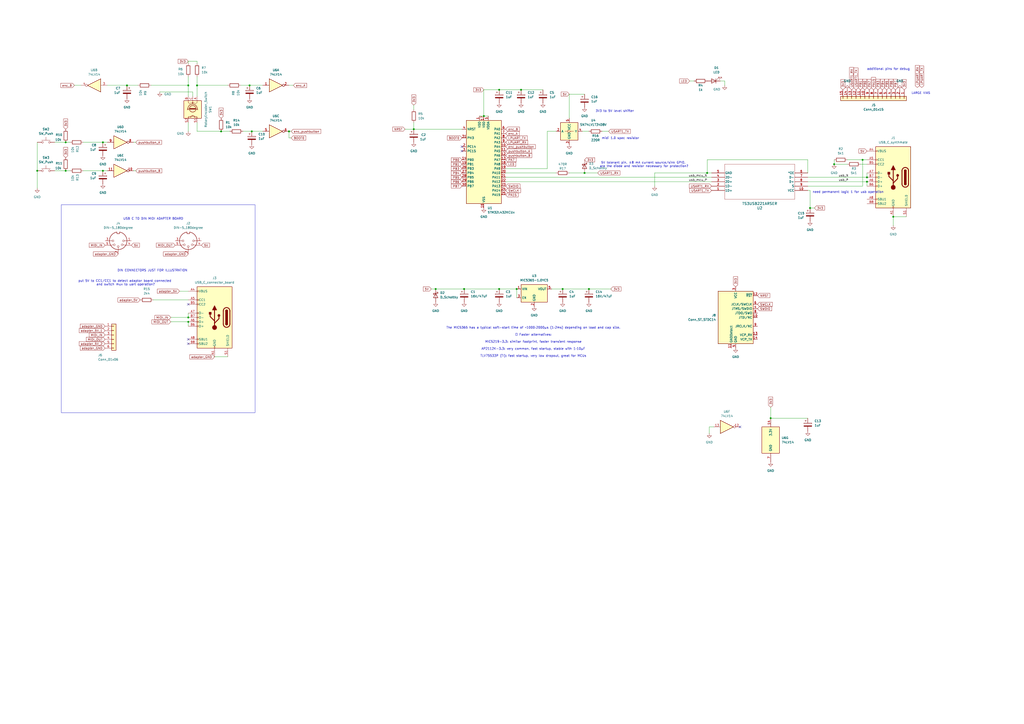
<source format=kicad_sch>
(kicad_sch (version 20250114) (generator "eeschema") (generator_version "9.0")
  (paper "A2")
  (rectangle (start 35.56 118.745) (end 147.955 239.395))
  (text "The MIC5365 has a typical soft-start time of ~1000–2000 µs (1–2 ms) depending on load and cap size.\n\n➡️ Faster alternatives:\n\nMIC5219-3.3: similar footprint, faster transient response\n\nAP2112K-3.3: very common, fast startup, stable with 1–10 µF\n\nTLV75533P (TI): fast startup, very low dropout, great for MCUs\n\n" (at 309.372 199.39 0) (effects (font (size 1.27 1.27))))
  (text "additional pins for debug\n" (at 515.366 40.132 0) (effects (font (size 1.27 1.27))))
  (text "5V tolerant pin, ±8 mA current source/sink GPIO, \nare the diode and resistor necessary for protection?\n" (at 373.634 95.504 0) (effects (font (size 1.27 1.27))))
  (text "3V3 to 5V level shifter\n" (at 356.616 64.516 0) (effects (font (size 1.27 1.27))))
  (text "LARGE VIAS\n" (at 534.162 54.102 0) (effects (font (size 1.27 1.27))))
  (text "need permanent logic 1 for usb operation\n" (at 491.998 111.506 0) (effects (font (size 1.27 1.27))))
  (text "DIN CONNECTORS JUST FOR ILLUSTRATION" (at 88.392 156.972 0) (effects (font (size 1.27 1.27))))
  (text "USB C TO DIN MIDI ADAPTER BOARD\n" (at 88.9 127 0) (effects (font (size 1.27 1.27))))
  (text "put 5V to CC1/CC1 to detect adaptor board connected \nand switch mux to uart operation?\n" (at 72.898 164.084 0) (effects (font (size 1.27 1.27))))
  (text "midi 1.0 spec resistor\n" (at 359.918 80.264 0) (effects (font (size 1.27 1.27))))
  (junction (at 410.21 100.33))
  (junction (at 339.09 100.33))
  (junction (at 500.38 92.71))
  (junction (at 483.87 95.25))
  (junction (at 280.67 67.31))
  (junction (at 502.92 102.87))
  (junction (at 302.26 52.07))
  (junction (at 146.05 76.2))
  (junction (at 59.69 99.06))
  (junction (at 252.73 167.64))
  (junction (at 109.22 184.15))
  (junction (at 167.64 76.2))
  (junction (at 326.39 167.64))
  (junction (at 289.56 167.64))
  (junction (at 240.03 74.93))
  (junction (at 73.66 49.53))
  (junction (at 502.92 105.41))
  (junction (at 38.1 99.06))
  (junction (at 518.16 125.73))
  (junction (at 109.22 49.53))
  (junction (at 469.9 120.65))
  (junction (at 38.1 82.55))
  (junction (at 144.78 49.53))
  (junction (at 299.72 167.64))
  (junction (at 21.59 99.06))
  (junction (at 341.63 167.64))
  (junction (at 447.04 242.57))
  (junction (at 114.3 49.53))
  (junction (at 269.24 167.64))
  (junction (at 109.22 186.69))
  (junction (at 128.27 76.2))
  (junction (at 289.56 52.07))
  (junction (at 59.69 82.55))
  (no_connect (at 109.22 196.85))
  (no_connect (at 267.97 85.09))
  (no_connect (at 109.22 199.39))
  (no_connect (at 429.26 247.65))
  (no_connect (at 109.22 176.53))
  (no_connect (at 267.97 87.63))
  (wire (pts (xy 337.82 76.2) (xy 341.63 76.2)))
  (wire (pts (xy 21.59 82.55) (xy 21.59 99.06)))
  (wire (pts (xy 252.73 167.64) (xy 269.24 167.64)))
  (wire (pts (xy 330.2 100.33) (xy 339.09 100.33)))
  (wire (pts (xy 114.3 49.53) (xy 114.3 55.88)))
  (wire (pts (xy 411.48 247.65) (xy 414.02 247.65)))
  (wire (pts (xy 468.63 92.71) (xy 468.63 100.33)))
  (wire (pts (xy 21.59 99.06) (xy 21.59 109.22)))
  (wire (pts (xy 114.3 35.56) (xy 114.3 36.83)))
  (wire (pts (xy 269.24 167.64) (xy 289.56 167.64)))
  (wire (pts (xy 339.09 100.33) (xy 346.71 100.33)))
  (wire (pts (xy 111.76 55.88) (xy 111.76 53.34)))
  (wire (pts (xy 146.05 76.2) (xy 140.97 76.2)))
  (wire (pts (xy 468.63 92.71) (xy 410.21 92.71)))
  (wire (pts (xy 502.92 100.33) (xy 502.92 102.87)))
  (wire (pts (xy 240.03 60.96) (xy 240.03 63.5)))
  (wire (pts (xy 109.22 44.45) (xy 109.22 49.53)))
  (wire (pts (xy 48.26 99.06) (xy 59.69 99.06)))
  (wire (pts (xy 468.63 107.95) (xy 500.38 107.95)))
  (wire (pts (xy 114.3 44.45) (xy 114.3 49.53)))
  (wire (pts (xy 48.26 82.55) (xy 59.69 82.55)))
  (wire (pts (xy 128.27 76.2) (xy 133.35 76.2)))
  (wire (pts (xy 240.03 71.12) (xy 240.03 74.93)))
  (wire (pts (xy 491.49 95.25) (xy 483.87 95.25)))
  (wire (pts (xy 87.63 49.53) (xy 109.22 49.53)))
  (wire (pts (xy 293.37 105.41) (xy 412.75 105.41)))
  (wire (pts (xy 468.63 102.87) (xy 502.92 102.87)))
  (wire (pts (xy 302.26 52.07) (xy 314.96 52.07)))
  (wire (pts (xy 109.22 181.61) (xy 109.22 184.15)))
  (wire (pts (xy 167.64 76.2) (xy 167.64 80.01)))
  (wire (pts (xy 502.92 105.41) (xy 502.92 107.95)))
  (wire (pts (xy 167.64 76.2) (xy 168.91 76.2)))
  (wire (pts (xy 417.83 46.99) (xy 420.37 46.99)))
  (wire (pts (xy 410.21 92.71) (xy 410.21 100.33)))
  (wire (pts (xy 447.04 242.57) (xy 468.63 242.57)))
  (wire (pts (xy 518.16 125.73) (xy 525.78 125.73)))
  (wire (pts (xy 400.05 46.99) (xy 402.59 46.99)))
  (wire (pts (xy 500.38 92.71) (xy 502.92 92.71)))
  (wire (pts (xy 40.64 99.06) (xy 38.1 99.06)))
  (wire (pts (xy 293.37 97.79) (xy 317.5 97.79)))
  (wire (pts (xy 62.23 99.06) (xy 59.69 99.06)))
  (wire (pts (xy 330.2 68.58) (xy 330.2 54.61)))
  (wire (pts (xy 109.22 168.91) (xy 104.14 168.91)))
  (wire (pts (xy 293.37 100.33) (xy 322.58 100.33)))
  (wire (pts (xy 88.9 173.99) (xy 109.22 173.99)))
  (wire (pts (xy 410.21 100.33) (xy 412.75 100.33)))
  (wire (pts (xy 111.76 53.34) (xy 92.71 53.34)))
  (wire (pts (xy 379.73 100.33) (xy 410.21 100.33)))
  (wire (pts (xy 73.66 49.53) (xy 80.01 49.53)))
  (wire (pts (xy 499.11 95.25) (xy 502.92 95.25)))
  (wire (pts (xy 99.06 184.15) (xy 109.22 184.15)))
  (wire (pts (xy 38.1 99.06) (xy 31.75 99.06)))
  (wire (pts (xy 341.63 167.64) (xy 354.33 167.64)))
  (wire (pts (xy 43.18 49.53) (xy 46.99 49.53)))
  (wire (pts (xy 62.23 49.53) (xy 73.66 49.53)))
  (wire (pts (xy 280.67 67.31) (xy 283.21 67.31)))
  (wire (pts (xy 500.38 107.95) (xy 500.38 92.71)))
  (wire (pts (xy 109.22 35.56) (xy 114.3 35.56)))
  (wire (pts (xy 78.74 82.55) (xy 77.47 82.55)))
  (wire (pts (xy 234.95 74.93) (xy 240.03 74.93)))
  (wire (pts (xy 320.04 167.64) (xy 326.39 167.64)))
  (wire (pts (xy 469.9 120.65) (xy 469.9 110.49)))
  (wire (pts (xy 144.78 49.53) (xy 139.7 49.53)))
  (wire (pts (xy 109.22 76.2) (xy 109.22 71.12)))
  (wire (pts (xy 114.3 76.2) (xy 128.27 76.2)))
  (wire (pts (xy 317.5 76.2) (xy 322.58 76.2)))
  (wire (pts (xy 280.67 52.07) (xy 289.56 52.07)))
  (wire (pts (xy 59.69 82.55) (xy 62.23 82.55)))
  (wire (pts (xy 469.9 120.65) (xy 472.44 120.65)))
  (wire (pts (xy 38.1 82.55) (xy 40.64 82.55)))
  (wire (pts (xy 250.19 167.64) (xy 252.73 167.64)))
  (wire (pts (xy 518.16 130.81) (xy 518.16 125.73)))
  (wire (pts (xy 240.03 74.93) (xy 267.97 74.93)))
  (wire (pts (xy 299.72 167.64) (xy 299.72 172.72)))
  (wire (pts (xy 468.63 105.41) (xy 502.92 105.41)))
  (wire (pts (xy 293.37 102.87) (xy 412.75 102.87)))
  (wire (pts (xy 491.49 92.71) (xy 500.38 92.71)))
  (wire (pts (xy 124.46 207.01) (xy 132.08 207.01)))
  (wire (pts (xy 289.56 167.64) (xy 299.72 167.64)))
  (wire (pts (xy 109.22 49.53) (xy 109.22 55.88)))
  (wire (pts (xy 317.5 76.2) (xy 317.5 97.79)))
  (wire (pts (xy 109.22 36.83) (xy 109.22 35.56)))
  (wire (pts (xy 38.1 82.55) (xy 31.75 82.55)))
  (wire (pts (xy 278.13 67.31) (xy 280.67 67.31)))
  (wire (pts (xy 170.18 49.53) (xy 167.64 49.53)))
  (wire (pts (xy 289.56 52.07) (xy 302.26 52.07)))
  (wire (pts (xy 349.25 76.2) (xy 353.06 76.2)))
  (wire (pts (xy 99.06 186.69) (xy 109.22 186.69)))
  (wire (pts (xy 109.22 186.69) (xy 109.22 189.23)))
  (wire (pts (xy 114.3 71.12) (xy 114.3 76.2)))
  (wire (pts (xy 144.78 49.53) (xy 152.4 49.53)))
  (wire (pts (xy 167.64 80.01) (xy 168.91 80.01)))
  (wire (pts (xy 483.87 95.25) (xy 483.87 92.71)))
  (wire (pts (xy 280.67 67.31) (xy 280.67 52.07)))
  (wire (pts (xy 447.04 236.22) (xy 447.04 242.57)))
  (wire (pts (xy 330.2 54.61) (xy 339.09 54.61)))
  (wire (pts (xy 146.05 76.2) (xy 152.4 76.2)))
  (wire (pts (xy 78.74 99.06) (xy 77.47 99.06)))
  (wire (pts (xy 469.9 110.49) (xy 468.63 110.49)))
  (wire (pts (xy 420.37 46.99) (xy 420.37 49.53)))
  (wire (pts (xy 411.48 251.46) (xy 411.48 247.65)))
  (wire (pts (xy 379.73 107.95) (xy 379.73 100.33)))
  (wire (pts (xy 326.39 167.64) (xy 341.63 167.64)))
  (wire (pts (xy 114.3 49.53) (xy 132.08 49.53)))
  (label "usb_mcu_P" (at 410.21 105.41 180))
  (label "usb_N" (at 486.41 102.87 0))
  (label "usb_mcu_N" (at 410.21 102.87 180))
  (label "usb_P" (at 486.41 105.41 0))
  (global_label "LED" (shape input) (at 400.05 46.99 180) (property "Intersheetrefs" "${INTERSHEET_REFS}" (effects (hide yes))))
  (global_label "3V3" (shape input) (at 109.22 35.56 180) (property "Intersheetrefs" "${INTERSHEET_REFS}" (effects (hide yes))))
  (global_label "USART1_TX" (shape input) (at 496.57 52.07 90) (property "Intersheetrefs" "${INTERSHEET_REFS}" (effects (hide yes))))
  (global_label "PB1" (shape input) (at 267.97 95.25 180) (property "Intersheetrefs" "${INTERSHEET_REFS}" (effects (hide yes))))
  (global_label "enc_pushbutton" (shape input) (at 168.91 76.2 0) (property "Intersheetrefs" "${INTERSHEET_REFS}" (effects (hide yes))))
  (global_label "LPUART_TX" (shape input) (at 534.67 50.8 90) (property "Intersheetrefs" "${INTERSHEET_REFS}" (effects (hide yes))))
  (global_label "3V3" (shape input) (at 128.27 68.58 90) (property "Intersheetrefs" "${INTERSHEET_REFS}" (effects (hide yes))))
  (global_label "PB7" (shape input) (at 519.43 52.07 90) (property "Intersheetrefs" "${INTERSHEET_REFS}" (effects (hide yes))))
  (global_label "PB3" (shape input) (at 267.97 97.79 180) (property "Intersheetrefs" "${INTERSHEET_REFS}" (effects (hide yes))))
  (global_label "PB0" (shape input) (at 501.65 52.07 90) (property "Intersheetrefs" "${INTERSHEET_REFS}" (effects (hide yes))))
  (global_label "LPUART_TX" (shape input) (at 293.37 80.01 0) (property "Intersheetrefs" "${INTERSHEET_REFS}" (effects (hide yes))))
  (global_label "5V" (shape input) (at 76.2 142.24 0) (property "Intersheetrefs" "${INTERSHEET_REFS}" (effects (hide yes))))
  (global_label "adapter_GND" (shape input) (at 60.96 201.93 180) (property "Intersheetrefs" "${INTERSHEET_REFS}" (effects (hide yes))))
  (global_label "adapter_5V" (shape input) (at 104.14 168.91 180) (property "Intersheetrefs" "${INTERSHEET_REFS}" (effects (hide yes))))
  (global_label "3V3" (shape input) (at 426.72 166.37 90) (property "Intersheetrefs" "${INTERSHEET_REFS}" (effects (hide yes))))
  (global_label "enc_B" (shape input) (at 43.18 49.53 180) (property "Intersheetrefs" "${INTERSHEET_REFS}" (effects (hide yes))))
  (global_label "3V3" (shape input) (at 339.09 92.71 0) (property "Intersheetrefs" "${INTERSHEET_REFS}" (effects (hide yes))))
  (global_label "NRST" (shape input) (at 439.42 171.45 0) (property "Intersheetrefs" "${INTERSHEET_REFS}" (effects (hide yes))))
  (global_label "enc_pushbutton" (shape input) (at 293.37 85.09 0) (property "Intersheetrefs" "${INTERSHEET_REFS}" (effects (hide yes))))
  (global_label "BOOT0" (shape input) (at 267.97 80.01 180) (property "Intersheetrefs" "${INTERSHEET_REFS}" (effects (hide yes))))
  (global_label "PB4" (shape input) (at 267.97 100.33 180) (property "Intersheetrefs" "${INTERSHEET_REFS}" (effects (hide yes))))
  (global_label "BOOT0" (shape input) (at 168.91 80.01 0) (property "Intersheetrefs" "${INTERSHEET_REFS}" (effects (hide yes))))
  (global_label "PA7" (shape input) (at 504.19 52.07 90) (property "Intersheetrefs" "${INTERSHEET_REFS}" (effects (hide yes))))
  (global_label "adapter_GND" (shape input) (at 60.96 189.23 180) (property "Intersheetrefs" "${INTERSHEET_REFS}" (effects (hide yes))))
  (global_label "PB0" (shape input) (at 267.97 92.71 180) (property "Intersheetrefs" "${INTERSHEET_REFS}" (effects (hide yes))))
  (global_label "5V" (shape input) (at 116.84 142.24 0) (property "Intersheetrefs" "${INTERSHEET_REFS}" (effects (hide yes))))
  (global_label "PB6" (shape input) (at 516.89 52.07 90) (property "Intersheetrefs" "${INTERSHEET_REFS}" (effects (hide yes))))
  (global_label "USART1_TX" (shape input) (at 412.75 110.49 180) (property "Intersheetrefs" "${INTERSHEET_REFS}" (effects (hide yes))))
  (global_label "PB3" (shape input) (at 509.27 52.07 90) (property "Intersheetrefs" "${INTERSHEET_REFS}" (effects (hide yes))))
  (global_label "3V3" (shape input) (at 354.33 167.64 0) (property "Intersheetrefs" "${INTERSHEET_REFS}" (effects (hide yes))))
  (global_label "3V3" (shape input) (at 240.03 60.96 90) (property "Intersheetrefs" "${INTERSHEET_REFS}" (effects (hide yes))))
  (global_label "MIDI_OUT" (shape input) (at 99.06 186.69 180) (property "Intersheetrefs" "${INTERSHEET_REFS}" (effects (hide yes))))
  (global_label "SWDIO" (shape input) (at 293.37 107.95 0) (property "Intersheetrefs" "${INTERSHEET_REFS}" (effects (hide yes))))
  (global_label "MIDI_OUT" (shape input) (at 101.6 142.24 180) (property "Intersheetrefs" "${INTERSHEET_REFS}" (effects (hide yes))))
  (global_label "enc_B" (shape input) (at 293.37 74.93 0) (property "Intersheetrefs" "${INTERSHEET_REFS}" (effects (hide yes))))
  (global_label "LPUART_RX" (shape input) (at 293.37 82.55 0) (property "Intersheetrefs" "${INTERSHEET_REFS}" (effects (hide yes))))
  (global_label "USART1_RX" (shape input) (at 346.71 100.33 0) (property "Intersheetrefs" "${INTERSHEET_REFS}" (effects (hide yes))))
  (global_label "pushbutton_A" (shape input) (at 78.74 82.55 0) (property "Intersheetrefs" "${INTERSHEET_REFS}" (effects (hide yes))))
  (global_label "NRST" (shape input) (at 234.95 74.93 180) (property "Intersheetrefs" "${INTERSHEET_REFS}" (effects (hide yes))))
  (global_label "pushbutton_A" (shape input) (at 293.37 87.63 0) (property "Intersheetrefs" "${INTERSHEET_REFS}" (effects (hide yes))))
  (global_label "SWCLK" (shape input) (at 439.42 176.53 0) (property "Intersheetrefs" "${INTERSHEET_REFS}" (effects (hide yes))))
  (global_label "pushbutton_B" (shape input) (at 293.37 90.17 0) (property "Intersheetrefs" "${INTERSHEET_REFS}" (effects (hide yes))))
  (global_label "adapter_GND" (shape input) (at 109.22 147.32 180) (property "Intersheetrefs" "${INTERSHEET_REFS}" (effects (hide yes))))
  (global_label "LED" (shape input) (at 293.37 95.25 0) (property "Intersheetrefs" "${INTERSHEET_REFS}" (effects (hide yes))))
  (global_label "PB1" (shape input) (at 499.11 52.07 90) (property "Intersheetrefs" "${INTERSHEET_REFS}" (effects (hide yes))))
  (global_label "enc_A" (shape input) (at 293.37 77.47 0) (property "Intersheetrefs" "${INTERSHEET_REFS}" (effects (hide yes))))
  (global_label "enc_A" (shape input) (at 170.18 49.53 0) (property "Intersheetrefs" "${INTERSHEET_REFS}" (effects (hide yes))))
  (global_label "3V3" (shape input) (at 488.95 52.07 90) (property "Intersheetrefs" "${INTERSHEET_REFS}" (effects (hide yes))))
  (global_label "3V3" (shape input) (at 472.44 120.65 0) (property "Intersheetrefs" "${INTERSHEET_REFS}" (effects (hide yes))))
  (global_label "3V3" (shape input) (at 524.51 52.07 90) (property "Intersheetrefs" "${INTERSHEET_REFS}" (effects (hide yes))))
  (global_label "PA7" (shape input) (at 293.37 92.71 0) (property "Intersheetrefs" "${INTERSHEET_REFS}" (effects (hide yes))))
  (global_label "MIDI_IN" (shape input) (at 60.96 142.24 180) (property "Intersheetrefs" "${INTERSHEET_REFS}" (effects (hide yes))))
  (global_label "USART1_TX" (shape input) (at 353.06 76.2 0) (property "Intersheetrefs" "${INTERSHEET_REFS}" (effects (hide yes))))
  (global_label "adapter_GND" (shape input) (at 68.58 147.32 180) (property "Intersheetrefs" "${INTERSHEET_REFS}" (effects (hide yes))))
  (global_label "adapter_5V" (shape input) (at 81.28 173.99 180) (property "Intersheetrefs" "${INTERSHEET_REFS}" (effects (hide yes))))
  (global_label "PB5" (shape input) (at 514.35 52.07 90) (property "Intersheetrefs" "${INTERSHEET_REFS}" (effects (hide yes))))
  (global_label "MIDI_IN" (shape input) (at 99.06 184.15 180) (property "Intersheetrefs" "${INTERSHEET_REFS}" (effects (hide yes))))
  (global_label "MIDI_OUT" (shape input) (at 60.96 196.85 180) (property "Intersheetrefs" "${INTERSHEET_REFS}" (effects (hide yes))))
  (global_label "PA15" (shape input) (at 506.73 52.07 90) (property "Intersheetrefs" "${INTERSHEET_REFS}" (effects (hide yes))))
  (global_label "USART1_RX" (shape input) (at 494.03 52.07 90) (property "Intersheetrefs" "${INTERSHEET_REFS}" (effects (hide yes))))
  (global_label "MIDI_IN" (shape input) (at 60.96 194.31 180) (property "Intersheetrefs" "${INTERSHEET_REFS}" (effects (hide yes))))
  (global_label "SWCLK" (shape input) (at 293.37 110.49 0) (property "Intersheetrefs" "${INTERSHEET_REFS}" (effects (hide yes))))
  (global_label "5V" (shape input) (at 330.2 54.61 180) (property "Intersheetrefs" "${INTERSHEET_REFS}" (effects (hide yes))))
  (global_label "5V" (shape input) (at 502.92 87.63 180) (property "Intersheetrefs" "${INTERSHEET_REFS}" (effects (hide yes))))
  (global_label "5V" (shape input) (at 250.19 167.64 180) (property "Intersheetrefs" "${INTERSHEET_REFS}" (effects (hide yes))))
  (global_label "PA15" (shape input) (at 293.37 113.03 0) (property "Intersheetrefs" "${INTERSHEET_REFS}" (effects (hide yes))))
  (global_label "adapter_GND" (shape input) (at 124.46 207.01 180) (property "Intersheetrefs" "${INTERSHEET_REFS}" (effects (hide yes))))
  (global_label "PB5" (shape input) (at 267.97 102.87 180) (property "Intersheetrefs" "${INTERSHEET_REFS}" (effects (hide yes))))
  (global_label "PB4" (shape input) (at 511.81 52.07 90) (property "Intersheetrefs" "${INTERSHEET_REFS}" (effects (hide yes))))
  (global_label "PB6" (shape input) (at 267.97 105.41 180) (property "Intersheetrefs" "${INTERSHEET_REFS}" (effects (hide yes))))
  (global_label "3V3" (shape input) (at 447.04 236.22 90) (property "Intersheetrefs" "${INTERSHEET_REFS}" (effects (hide yes))))
  (global_label "PB7" (shape input) (at 267.97 107.95 180) (property "Intersheetrefs" "${INTERSHEET_REFS}" (effects (hide yes))))
  (global_label "LPUART_RX" (shape input) (at 532.13 50.8 90) (property "Intersheetrefs" "${INTERSHEET_REFS}" (effects (hide yes))))
  (global_label "SWDIO" (shape input) (at 439.42 179.07 0) (property "Intersheetrefs" "${INTERSHEET_REFS}" (effects (hide yes))))
  (global_label "adapter_5V_2" (shape input) (at 60.96 199.39 180) (property "Intersheetrefs" "${INTERSHEET_REFS}" (effects (hide yes))))
  (global_label "3V3" (shape input) (at 38.1 74.93 90) (property "Intersheetrefs" "${INTERSHEET_REFS}" (effects (hide yes))))
  (global_label "pushbutton_B" (shape input) (at 78.74 99.06 0) (property "Intersheetrefs" "${INTERSHEET_REFS}" (effects (hide yes))))
  (global_label "3V3" (shape input) (at 38.1 91.44 90) (property "Intersheetrefs" "${INTERSHEET_REFS}" (effects (hide yes))))
  (global_label "adapter_5V_1" (shape input) (at 60.96 191.77 180) (property "Intersheetrefs" "${INTERSHEET_REFS}" (effects (hide yes))))
  (global_label "3V3" (shape input) (at 280.67 52.07 180) (property "Intersheetrefs" "${INTERSHEET_REFS}" (effects (hide yes))))
  (global_label "USART1_RX" (shape input) (at 412.75 107.95 180) (property "Intersheetrefs" "${INTERSHEET_REFS}" (effects (hide yes))))
  (symbol (lib_id "Device:C_Polarized") (at 289.56 55.88 0) (unit 1)
    (property "Reference" "C11" (at 293.37 53.7209 0) (effects (justify left)))
    (property "Value" "1uF" (at 293.37 56.2609 0) (effects (justify left)))
    (property "Footprint" "Capacitor_SMD:C_0603_1608Metric_Pad1.08x0.95mm_HandSolder" (effects (hide yes)))
  )
  (symbol (lib_id "power:GND") (at 341.63 175.26 0) (unit 1)
    (property "Reference" "#PWR029" (effects (hide yes)))
    (property "Value" "GND" (at 341.63 180.34 0))
    (property "Description" "Power symbol creates a global label with name \"GND\" , ground" (effects (hide yes)))
  )
  (symbol (lib_id "74xx:74LV14") (at 160.02 49.53 0) (unit 1)
    (property "Reference" "U6" (at 160.02 40.64 0))
    (property "Value" "74LV14" (at 160.02 43.18 0))
    (property "Footprint" "Package_DFN_QFN:Texas_S-PVQFN-N14" (effects (hide yes)))
    (property "Datasheet" "http://www.ti.com/lit/gpn/sn74LV14" (effects (hide yes)))
    (property "Description" "Hex Inverter" (effects (hide yes)))
  )
  (symbol (lib_id "Device:R") (at 85.09 173.99 90) (unit 1)
    (property "Reference" "R15" (at 85.09 167.64 90))
    (property "Value" "2k4" (at 85.09 170.18 90))
    (property "Footprint" "Resistor_SMD:R_0603_1608Metric_Pad0.98x0.95mm_HandSolder" (effects (hide yes)))
    (property "Description" "Resistor" (effects (hide yes)))
  )
  (symbol (lib_id "power:GND") (at 92.71 53.34 0) (unit 1)
    (property "Reference" "#PWR06" (effects (hide yes)))
    (property "Value" "GND" (at 95.25 54.6099 0) (effects (justify left)))
    (property "Description" "Power symbol creates a global label with name \"GND\" , ground" (effects (hide yes)))
  )
  (symbol (lib_id "power:GND") (at 302.26 59.69 0) (unit 1)
    (property "Reference" "#PWR026" (effects (hide yes)))
    (property "Value" "GND" (at 302.26 64.77 0))
    (property "Description" "Power symbol creates a global label with name \"GND\" , ground" (effects (hide yes)))
  )
  (symbol (lib_id "Device:C_Polarized") (at 302.26 55.88 0) (unit 1)
    (property "Reference" "C12" (at 306.07 53.7209 0) (effects (justify left)))
    (property "Value" "1uF" (at 306.07 56.2609 0) (effects (justify left)))
    (property "Footprint" "Capacitor_SMD:C_0603_1608Metric_Pad1.08x0.95mm_HandSolder" (effects (hide yes)))
    (property "Description" "Polarized capacitor" (effects (hide yes)))
  )
  (symbol (lib_id "Device:C_Polarized") (at 240.03 78.74 0) (unit 1)
    (property "Reference" "C2" (at 244.348 78.232 0) (effects (justify left)))
    (property "Value" "1uF" (at 243.586 80.772 0) (effects (justify left)))
    (property "Footprint" "Capacitor_SMD:C_0603_1608Metric_Pad1.08x0.95mm_HandSolder" (effects (hide yes)))
    (property "Description" "Polarized capacitor" (effects (hide yes)))
  )
  (symbol (lib_id "Device:R") (at 406.4 46.99 90) (unit 1)
    (property "Reference" "R4" (at 406.4 49.53 90))
    (property "Value" "1k" (at 406.4 52.07 90))
    (property "Footprint" "Resistor_SMD:R_0603_1608Metric_Pad0.98x0.95mm_HandSolder" (effects (hide yes)))
    (property "Description" "Resistor" (effects (hide yes)))
  )
  (symbol (lib_id "power:GND") (at 314.96 59.69 0) (unit 1)
    (property "Reference" "#PWR020" (effects (hide yes)))
    (property "Value" "GND" (at 314.96 64.77 0))
    (property "Description" "Power symbol creates a global label with name \"GND\" , ground" (effects (hide yes)))
  )
  (symbol (lib_id "MCU_ST_STM32L4:STM32L432KCUx") (at 280.67 95.25 0) (unit 1)
    (property "Reference" "U1" (at 282.8133 120.65 0) (effects (justify left)))
    (property "Value" "STM32L432KCUx" (at 282.8133 123.19 0) (effects (justify left)))
    (property "Footprint" "Package_DFN_QFN:QFN-32-1EP_5x5mm_P0.5mm_EP3.45x3.45mm" (effects (hide yes)))
    (property "Datasheet" "https://www.st.com/resource/en/datasheet/stm32l432kc.pdf" (effects (hide yes)))
    (property "Description" "STMicroelectronics Arm Cortex-M4 MCU, 256KB flash, 64KB RAM, 80 MHz, 1.71-3.6V, 26 GPIO, UFQFPN32" (effects (hide yes)))
  )
  (symbol (lib_id "power:GND") (at 269.24 175.26 0) (unit 1)
    (property "Reference" "#PWR04" (effects (hide yes)))
    (property "Value" "GND" (at 269.24 180.34 0))
    (property "Description" "Power symbol creates a global label with name \"GND\" , ground" (effects (hide yes)))
  )
  (symbol (lib_id "power:GND") (at 59.69 90.17 0) (mirror y) (unit 1)
    (property "Reference" "#PWR021" (effects (hide yes)))
    (property "Value" "GND" (at 59.69 95.25 0))
    (property "Description" "Power symbol creates a global label with name \"GND\" , ground" (effects (hide yes)))
  )
  (symbol (lib_id "Device:R") (at 38.1 95.25 180) (unit 1)
    (property "Reference" "R11" (at 32.258 94.742 0) (effects (justify right)))
    (property "Value" "10k" (at 32.004 97.536 0) (effects (justify right)))
    (property "Footprint" "Resistor_SMD:R_0603_1608Metric_Pad0.98x0.95mm_HandSolder" (effects (hide yes)))
    (property "Description" "Resistor" (effects (hide yes)))
  )
  (symbol (lib_id "power:GND") (at 109.22 76.2 0) (mirror y) (unit 1)
    (property "Reference" "#PWR027" (effects (hide yes)))
    (property "Value" "GND" (at 106.68 77.4699 0) (effects (justify left)))
    (property "Description" "Power symbol creates a global label with name \"GND\" , ground" (effects (hide yes)))
  )
  (symbol (lib_id "Device:C_Polarized") (at 341.63 171.45 0) (unit 1)
    (property "Reference" "C14" (at 345.44 169.2909 0) (effects (justify left)))
    (property "Value" "16V/47uF" (at 345.44 171.8309 0) (effects (justify left)))
    (property "Footprint" "Capacitor_SMD:C_1206_3216Metric" (effects (hide yes)))
    (property "Description" "Polarized capacitor" (effects (hide yes)))
  )
  (symbol (lib_id "power:GND") (at 420.37 49.53 0) (unit 1)
    (property "Reference" "#PWR012" (effects (hide yes)))
    (property "Value" "GND" (at 415.798 51.816 0))
    (property "Description" "Power symbol creates a global label with name \"GND\" , ground" (effects (hide yes)))
  )
  (symbol (lib_id "Connector:USB_C_Receptacle_USB2.0_16P") (at 518.16 102.87 0) (mirror y) (unit 1)
    (property "Reference" "J1" (at 518.16 80.01 0))
    (property "Value" "USB_C_synthmate" (at 518.16 82.55 0))
    (property "Footprint" "Connector_USB:USB_C_Receptacle_GCT_USB4105-xx-A_16P_TopMnt_Horizontal" (effects (hide yes)))
    (property "Datasheet" "https://www.usb.org/sites/default/files/documents/usb_type-c.zip" (effects (hide yes)))
    (property "Description" "C2765186" (effects (hide yes)))
  )
  (symbol (lib_id "Device:C_Polarized") (at 314.96 55.88 0) (unit 1)
    (property "Reference" "C5" (at 318.77 53.7209 0) (effects (justify left)))
    (property "Value" "1uF" (at 318.77 56.2609 0) (effects (justify left)))
    (property "Footprint" "Capacitor_SMD:C_0603_1608Metric_Pad1.08x0.95mm_HandSolder" (effects (hide yes)))
    (property "Description" "Polarized capacitor" (effects (hide yes)))
  )
  (symbol (lib_id "power:GND") (at 59.69 106.68 0) (mirror y) (unit 1)
    (property "Reference" "#PWR022" (effects (hide yes)))
    (property "Value" "GND" (at 59.69 111.76 0))
    (property "Description" "Power symbol creates a global label with name \"GND\" , ground" (effects (hide yes)))
  )
  (symbol (lib_id "Device:R") (at 137.16 76.2 270) (unit 1)
    (property "Reference" "R14" (at 137.16 69.85 90))
    (property "Value" "10k" (at 137.16 72.39 90))
    (property "Footprint" "Resistor_SMD:R_0603_1608Metric_Pad0.98x0.95mm_HandSolder" (effects (hide yes)))
    (property "Description" "Resistor" (effects (hide yes)))
  )
  (symbol (lib_id "Device:R") (at 128.27 72.39 180) (unit 1)
    (property "Reference" "R1" (at 130.81 71.1199 0) (effects (justify right)))
    (property "Value" "10k" (at 130.81 73.6599 0) (effects (justify right)))
    (property "Footprint" "Resistor_SMD:R_0603_1608Metric_Pad0.98x0.95mm_HandSolder" (effects (hide yes)))
    (property "Description" "Resistor" (effects (hide yes)))
  )
  (symbol (lib_id "Device:R") (at 495.3 95.25 90) (unit 1)
    (property "Reference" "R3" (at 495.3 97.79 90))
    (property "Value" "5k1" (at 495.3 100.33 90))
    (property "Footprint" "Resistor_SMD:R_0603_1608Metric_Pad0.98x0.95mm_HandSolder" (effects (hide yes)))
    (property "Description" "Resistor" (effects (hide yes)))
  )
  (symbol (lib_id "Connector:DIN-5_180degree") (at 109.22 139.7 180) (unit 1)
    (property "Reference" "J2" (at 109.2199 129.54 0))
    (property "Value" "DIN-5_180degree" (at 109.2199 132.08 0))
    (property "Datasheet" "http://www.mouser.com/ds/2/18/40_c091_abd_e-75918.pdf" (effects (hide yes)))
    (property "Description" "5-pin DIN connector (5-pin DIN-5 stereo)" (effects (hide yes)))
  )
  (symbol (lib_id "power:GND") (at 339.09 62.23 0) (unit 1)
    (property "Reference" "#PWR035" (effects (hide yes)))
    (property "Value" "GND" (at 339.09 67.31 0))
    (property "Description" "Power symbol creates a global label with name \"GND\" , ground" (effects (hide yes)))
  )
  (symbol (lib_id "power:GND") (at 426.72 201.93 0) (unit 1)
    (property "Reference" "#PWR030" (effects (hide yes)))
    (property "Value" "GND" (at 426.72 207.01 0))
    (property "Description" "Power symbol creates a global label with name \"GND\" , ground" (effects (hide yes)))
  )
  (symbol (lib_id "Regulator_Linear:MIC5365-1.0YC5") (at 309.88 170.18 0) (unit 1)
    (property "Reference" "U3" (at 309.88 160.02 0))
    (property "Value" "MIC5365-1.0YC5" (at 309.88 162.56 0))
    (property "Footprint" "Package_TO_SOT_SMD:SOT-353_SC-70-5" (effects (hide yes)))
    (property "Datasheet" "https://ww1.microchip.com/downloads/aemDocuments/documents/APID/ProductDocuments/DataSheets/MIC5365-6-High-Performance-Single-150mA-LDO-DS20006605A.pdf" (effects (hide yes)))
    (property "Description" "150mA Low-dropout Voltage Regulator, Vout 1.0V, Vin up to 5.5V, SC-70-5" (effects (hide yes)))
  )
  (symbol (lib_id "Device:C_Polarized") (at 468.63 246.38 0) (unit 1)
    (property "Reference" "C13" (at 472.44 244.2209 0) (effects (justify left)))
    (property "Value" "1uF" (at 472.44 246.7609 0) (effects (justify left)))
    (property "Footprint" "Capacitor_SMD:C_0603_1608Metric_Pad1.08x0.95mm_HandSolder" (effects (hide yes)))
    (property "Description" "Polarized capacitor" (effects (hide yes)))
  )
  (symbol (lib_id "power:GND") (at 326.39 175.26 0) (unit 1)
    (property "Reference" "#PWR019" (effects (hide yes)))
    (property "Value" "GND" (at 326.39 180.34 0))
    (property "Description" "Power symbol creates a global label with name \"GND\" , ground" (effects (hide yes)))
  )
  (symbol (lib_id "Device:R") (at 114.3 40.64 180) (unit 1)
    (property "Reference" "R7" (at 116.84 39.3699 0) (effects (justify right)))
    (property "Value" "10k" (at 116.84 41.9099 0) (effects (justify right)))
    (property "Footprint" "Resistor_SMD:R_0603_1608Metric_Pad0.98x0.95mm_HandSolder" (effects (hide yes)))
    (property "Description" "Resistor" (effects (hide yes)))
  )
  (symbol (lib_id "Device:R") (at 44.45 82.55 90) (mirror x) (unit 1)
    (property "Reference" "R12" (at 44.958 88.392 0) (effects (justify right)))
    (property "Value" "10k" (at 42.164 88.646 0) (effects (justify right)))
    (property "Footprint" "Resistor_SMD:R_0603_1608Metric_Pad0.98x0.95mm_HandSolder" (effects (hide yes)))
    (property "Description" "Resistor" (effects (hide yes)))
  )
  (symbol (lib_id "power:GND") (at 483.87 95.25 0) (unit 1)
    (property "Reference" "#PWR08" (effects (hide yes)))
    (property "Value" "GND" (at 483.87 100.33 0))
    (property "Description" "Power symbol creates a global label with name \"GND\" , ground" (effects (hide yes)))
  )
  (symbol (lib_id "power:GND") (at 252.73 175.26 0) (unit 1)
    (property "Reference" "#PWR032" (effects (hide yes)))
    (property "Value" "GND" (at 252.73 180.34 0))
    (property "Description" "Power symbol creates a global label with name \"GND\" , ground" (effects (hide yes)))
  )
  (symbol (lib_id "power:GND") (at 379.73 107.95 0) (unit 1)
    (property "Reference" "#PWR014" (effects (hide yes)))
    (property "Value" "GND" (at 379.73 113.03 0))
    (property "Description" "Power symbol creates a global label with name \"GND\" , ground" (effects (hide yes)))
  )
  (symbol (lib_id "Connector_Generic:Conn_01x06") (at 66.04 194.31 0) (unit 1)
    (property "Reference" "J6" (at 56.896 205.994 0) (effects (justify left)))
    (property "Value" "Conn_01x06" (at 56.896 208.534 0) (effects (justify left)))
    (property "Description" "Generic connector, single row, 01x06, script generated (kicad-library-utils/schlib/autogen/connector/)" (effects (hide yes)))
  )
  (symbol (lib_id "74xx:74LV14") (at 447.04 255.27 0) (unit 7)
    (property "Reference" "U6" (at 453.39 253.9999 0) (effects (justify left)))
    (property "Value" "74LV14" (at 453.39 256.5399 0) (effects (justify left)))
    (property "Footprint" "Package_DFN_QFN:Texas_S-PVQFN-N14" (effects (hide yes)))
    (property "Datasheet" "http://www.ti.com/lit/gpn/sn74LV14" (effects (hide yes)))
    (property "Description" "Hex Inverter" (effects (hide yes)))
  )
  (symbol (lib_id "Device:D_Schottky") (at 339.09 96.52 270) (unit 1)
    (property "Reference" "D3" (at 341.63 94.9324 90) (effects (justify left)))
    (property "Value" "D_Schottky" (at 341.63 97.4724 90) (effects (justify left)))
    (property "Description" "Schottky diode" (effects (hide yes)))
  )
  (symbol (lib_id "Device:R") (at 240.03 67.31 180) (unit 1)
    (property "Reference" "R5" (at 242.57 66.0399 0) (effects (justify right)))
    (property "Value" "10k" (at 242.57 68.5799 0) (effects (justify right)))
    (property "Footprint" "Resistor_SMD:R_0603_1608Metric_Pad0.98x0.95mm_HandSolder" (effects (hide yes)))
    (property "Description" "Resistor" (effects (hide yes)))
  )
  (symbol (lib_id "Connector_Generic:Conn_01x15") (at 506.73 57.15 270) (unit 1)
    (property "Reference" "J5" (at 506.73 60.96 90))
    (property "Value" "Conn_01x15" (at 506.73 63.5 90))
    (property "Footprint" "Connector_PinHeader_2.54mm:PinHeader_1x15_P2.54mm_Vertical" (effects (hide yes)))
    (property "Description" "Generic connector, single row, 01x15, script generated (kicad-library-utils/schlib/autogen/connector/)" (effects (hide yes)))
  )
  (symbol (lib_id "power:GND") (at 469.9 128.27 0) (unit 1)
    (property "Reference" "#PWR034" (effects (hide yes)))
    (property "Value" "GND" (at 469.9 133.35 0))
    (property "Description" "Power symbol creates a global label with name \"GND\" , ground" (effects (hide yes)))
  )
  (symbol (lib_id "Switch:SW_Push") (at 26.67 82.55 0) (unit 1)
    (property "Reference" "SW2" (at 26.67 74.93 0))
    (property "Value" "SW_Push" (at 26.67 77.47 0))
    (property "Footprint" "Button_Switch_THT:SW_TH_Tactile_Omron_B3F-10xx" (effects (hide yes)))
    (property "Description" "Push button switch, generic, two pins" (effects (hide yes)))
  )
  (symbol (lib_id "power:GND") (at 146.05 83.82 0) (unit 1)
    (property "Reference" "#PWR023" (effects (hide yes)))
    (property "Value" "GND" (at 146.05 88.9 0))
    (property "Description" "Power symbol creates a global label with name \"GND\" , ground" (effects (hide yes)))
  )
  (symbol (lib_id "Device:C_Polarized") (at 289.56 171.45 0) (unit 1)
    (property "Reference" "C3" (at 293.37 169.2909 0) (effects (justify left)))
    (property "Value" "1uF" (at 293.37 171.8309 0) (effects (justify left)))
    (property "Footprint" "Capacitor_SMD:C_0603_1608Metric_Pad1.08x0.95mm_HandSolder" (effects (hide yes)))
    (property "Description" "Polarized capacitor" (effects (hide yes)))
  )
  (symbol (lib_id "2025-07-31_14-13-11:TS3USB221ARSER") (at 412.75 110.49 0) (mirror x) (unit 1)
    (property "Reference" "U2" (at 440.69 120.65 0) (effects (font (size 1.524 1.524))))
    (property "Value" "TS3USB221ARSER" (at 440.69 118.11 0) (effects (font (size 1.524 1.524))))
    (property "Footprint" "footprints:RSE10" (effects (hide yes)))
    (property "Datasheet" "https://www.ti.com/lit/gpn/ts3usb221a" (effects (hide yes)))
  )
  (symbol (lib_id "Device:R") (at 135.89 49.53 270) (unit 1)
    (property "Reference" "R8" (at 135.382 55.372 0) (effects (justify right)))
    (property "Value" "10k" (at 138.176 55.626 0) (effects (justify right)))
    (property "Footprint" "Resistor_SMD:R_0603_1608Metric_Pad0.98x0.95mm_HandSolder" (effects (hide yes)))
    (property "Description" "Resistor" (effects (hide yes)))
  )
  (symbol (lib_id "74xx:74LV14") (at 54.61 49.53 180) (unit 2)
    (property "Reference" "U6" (at 54.61 40.64 0))
    (property "Value" "74LV14" (at 54.61 43.18 0))
    (property "Footprint" "Package_DFN_QFN:Texas_S-PVQFN-N14" (effects (hide yes)))
    (property "Datasheet" "http://www.ti.com/lit/gpn/sn74LV14" (effects (hide yes)))
    (property "Description" "Hex Inverter" (effects (hide yes)))
  )
  (symbol (lib_id "Device:R") (at 109.22 40.64 180) (unit 1)
    (property "Reference" "R6" (at 103.378 40.132 0) (effects (justify right)))
    (property "Value" "10k" (at 103.124 42.926 0) (effects (justify right)))
    (property "Footprint" "Resistor_SMD:R_0603_1608Metric_Pad0.98x0.95mm_HandSolder" (effects (hide yes)))
    (property "Description" "Resistor" (effects (hide yes)))
  )
  (symbol (lib_id "power:GND") (at 144.78 57.15 0) (unit 1)
    (property "Reference" "#PWR017" (effects (hide yes)))
    (property "Value" "GND" (at 144.78 62.23 0))
    (property "Description" "Power symbol creates a global label with name \"GND\" , ground" (effects (hide yes)))
  )
  (symbol (lib_id "power:GND") (at 73.66 57.15 0) (mirror y) (unit 1)
    (property "Reference" "#PWR018" (effects (hide yes)))
    (property "Value" "GND" (at 73.66 62.23 0))
    (property "Description" "Power symbol creates a global label with name \"GND\" , ground" (effects (hide yes)))
  )
  (symbol (lib_id "power:GND") (at 518.16 130.81 0) (unit 1)
    (property "Reference" "#PWR01" (effects (hide yes)))
    (property "Value" "GND" (at 518.16 135.89 0))
    (property "Description" "Power symbol creates a global label with name \"GND\" , ground" (effects (hide yes)))
  )
  (symbol (lib_id "power:GND") (at 491.49 52.07 0) (mirror x) (unit 1)
    (property "Reference" "#PWR015" (effects (hide yes)))
    (property "Value" "GND" (at 491.49 46.99 0))
    (property "Description" "Power symbol creates a global label with name \"GND\" , ground" (effects (hide yes)))
  )
  (symbol (lib_id "Device:RotaryEncoder_Switch") (at 111.76 63.5 270) (unit 1)
    (property "Reference" "SW1" (at 121.92 63.5 0))
    (property "Value" "RotaryEncoder_Switch" (at 119.38 63.5 0))
    (property "Footprint" "Rotary_Encoder:RotaryEncoder_Alps_EC11E-Switch_Vertical_H20mm" (effects (hide yes)))
    (property "Description" "Rotary encoder, dual channel, incremental quadrate outputs, with switch" (effects (hide yes)))
  )
  (symbol (lib_id "power:GND") (at 240.03 82.55 0) (unit 1)
    (property "Reference" "#PWR05" (effects (hide yes)))
    (property "Value" "GND" (at 240.03 87.63 0))
    (property "Description" "Power symbol creates a global label with name \"GND\" , ground" (effects (hide yes)))
  )
  (symbol (lib_id "Device:C_Polarized") (at 59.69 102.87 0) (mirror y) (unit 1)
    (property "Reference" "C9" (at 55.88 100.7109 0) (effects (justify left)))
    (property "Value" "1uF" (at 55.88 103.2509 0) (effects (justify left)))
    (property "Footprint" "Capacitor_SMD:C_0603_1608Metric_Pad1.08x0.95mm_HandSolder" (effects (hide yes)))
    (property "Description" "Polarized capacitor" (effects (hide yes)))
  )
  (symbol (lib_id "power:GND") (at 21.59 109.22 0) (unit 1)
    (property "Reference" "#PWR07" (effects (hide yes)))
    (property "Value" "GND" (at 21.59 114.3 0))
    (property "Description" "Power symbol creates a global label with name \"GND\" , ground" (effects (hide yes)))
  )
  (symbol (lib_id "Device:C_Polarized") (at 269.24 171.45 0) (unit 1)
    (property "Reference" "C1" (at 273.05 169.2909 0) (effects (justify left)))
    (property "Value" "16V/47uF" (at 273.05 171.8309 0) (effects (justify left)))
    (property "Footprint" "Capacitor_SMD:C_1206_3216Metric" (effects (hide yes)))
    (property "Description" "Polarized capacitor" (effects (hide yes)))
  )
  (symbol (lib_id "Device:D_Schottky") (at 252.73 171.45 270) (unit 1)
    (property "Reference" "D2" (at 255.27 169.8624 90) (effects (justify left)))
    (property "Value" "D_Schottky" (at 255.27 172.4024 90) (effects (justify left)))
    (property "Footprint" "Diode_SMD:D_0603_1608Metric" (effects (hide yes)))
    (property "Description" "Schottky diode" (effects (hide yes)))
  )
  (symbol (lib_id "Device:R") (at 38.1 78.74 180) (unit 1)
    (property "Reference" "R10" (at 32.258 78.232 0) (effects (justify right)))
    (property "Value" "10k" (at 32.004 81.026 0) (effects (justify right)))
    (property "Footprint" "Resistor_SMD:R_0603_1608Metric_Pad0.98x0.95mm_HandSolder" (effects (hide yes)))
    (property "Description" "Resistor" (effects (hide yes)))
  )
  (symbol (lib_id "power:GND") (at 289.56 59.69 0) (unit 1)
    (property "Reference" "#PWR025" (effects (hide yes)))
    (property "Value" "GND" (at 289.56 64.77 0))
    (property "Description" "Power symbol creates a global label with name \"GND\" , ground" (effects (hide yes)))
  )
  (symbol (lib_id "74xx:74LV14") (at 69.85 82.55 0) (unit 4)
    (property "Reference" "U6" (at 69.85 73.66 0))
    (property "Value" "74LV14" (at 69.85 76.2 0))
    (property "Footprint" "Package_DFN_QFN:Texas_S-PVQFN-N14" (effects (hide yes)))
    (property "Datasheet" "http://www.ti.com/lit/gpn/sn74LV14" (effects (hide yes)))
    (property "Description" "Hex Inverter" (effects (hide yes)))
  )
  (symbol (lib_id "Device:R") (at 487.68 92.71 90) (unit 1)
    (property "Reference" "R2" (at 487.68 86.36 90))
    (property "Value" "5k1" (at 487.68 88.9 90))
    (property "Footprint" "Resistor_SMD:R_0603_1608Metric_Pad0.98x0.95mm_HandSolder" (effects (hide yes)))
    (property "Description" "Resistor" (effects (hide yes)))
  )
  (symbol (lib_id "power:GND") (at 468.63 250.19 0) (unit 1)
    (property "Reference" "#PWR028" (effects (hide yes)))
    (property "Value" "GND" (at 468.63 255.27 0))
    (property "Description" "Power symbol creates a global label with name \"GND\" , ground" (effects (hide yes)))
  )
  (symbol (lib_id "power:GND") (at 521.97 52.07 0) (mirror x) (unit 1)
    (property "Reference" "#PWR016" (effects (hide yes)))
    (property "Value" "GND" (at 521.97 46.99 0))
    (property "Description" "Power symbol creates a global label with name \"GND\" , ground" (effects (hide yes)))
  )
  (symbol (lib_id "Device:R") (at 326.39 100.33 90) (mirror x) (unit 1)
    (property "Reference" "R17" (at 326.39 97.79 90))
    (property "Value" "470R" (at 326.39 95.25 90))
    (property "Footprint" "Resistor_SMD:R_0603_1608Metric_Pad0.98x0.95mm_HandSolder" (effects (hide yes)))
    (property "Description" "Resistor" (effects (hide yes)))
  )
  (symbol (lib_id "power:GND") (at 289.56 175.26 0) (unit 1)
    (property "Reference" "#PWR013" (effects (hide yes)))
    (property "Value" "GND" (at 289.56 180.34 0))
    (property "Description" "Power symbol creates a global label with name \"GND\" , ground" (effects (hide yes)))
  )
  (symbol (lib_id "power:GND") (at 280.67 120.65 0) (unit 1)
    (property "Reference" "#PWR02" (effects (hide yes)))
    (property "Value" "GND" (at 280.67 125.73 0))
    (property "Description" "Power symbol creates a global label with name \"GND\" , ground" (effects (hide yes)))
  )
  (symbol (lib_id "74xx:74LV14") (at 160.02 76.2 0) (unit 3)
    (property "Reference" "U6" (at 160.02 67.31 0))
    (property "Value" "74LV14" (at 160.02 69.85 0))
    (property "Footprint" "Package_DFN_QFN:Texas_S-PVQFN-N14" (effects (hide yes)))
    (property "Datasheet" "http://www.ti.com/lit/gpn/sn74LV14" (effects (hide yes)))
    (property "Description" "Hex Inverter" (effects (hide yes)))
  )
  (symbol (lib_id "Device:R") (at 345.44 76.2 90) (unit 1)
    (property "Reference" "R16" (at 345.44 78.74 90))
    (property "Value" "220R" (at 345.44 81.28 90))
    (property "Footprint" "Resistor_SMD:R_0603_1608Metric_Pad0.98x0.95mm_HandSolder" (effects (hide yes)))
    (property "Description" "Resistor" (effects (hide yes)))
  )
  (symbol (lib_id "power:GND") (at 447.04 267.97 0) (unit 1)
    (property "Reference" "#PWR024" (effects (hide yes)))
    (property "Value" "GND" (at 447.04 273.05 0))
    (property "Description" "Power symbol creates a global label with name \"GND\" , ground" (effects (hide yes)))
  )
  (symbol (lib_id "Connector:USB_C_Receptacle_USB2.0_16P") (at 124.46 184.15 0) (mirror y) (unit 1)
    (property "Reference" "J3" (at 124.46 161.29 0))
    (property "Value" "USB_C_connector_board" (at 124.46 163.83 0))
    (property "Footprint" "Connector_USB:USB_C_Receptacle_GCT_USB4105-xx-A_16P_TopMnt_Horizontal" (effects (hide yes)))
    (property "Datasheet" "https://www.usb.org/sites/default/files/documents/usb_type-c.zip" (effects (hide yes)))
    (property "Description" "C2765186" (effects (hide yes)))
  )
  (symbol (lib_id "Device:LED") (at 414.02 46.99 180) (unit 1)
    (property "Reference" "D1" (at 415.6075 39.37 0))
    (property "Value" "LED" (at 415.6075 41.91 0))
    (property "Footprint" "LED_SMD:LED_0805_2012Metric_Pad1.15x1.40mm_HandSolder" (effects (hide yes)))
    (property "Description" "Light emitting diode" (effects (hide yes)))
    (property "Sim.Pins" "1=K 2=A" (effects (hide yes)))
  )
  (symbol (lib_id "Device:C_Polarized") (at 339.09 58.42 0) (unit 1)
    (property "Reference" "C16" (at 342.9 56.2609 0) (effects (justify left)))
    (property "Value" "1uF" (at 342.9 58.8009 0) (effects (justify left)))
    (property "Footprint" "Capacitor_SMD:C_0603_1608Metric_Pad1.08x0.95mm_HandSolder" (effects (hide yes)))
    (property "Description" "Polarized capacitor" (effects (hide yes)))
  )
  (symbol (lib_id "Connector:Conn_ST_STDC14") (at 426.72 184.15 0) (unit 1)
    (property "Reference" "J8" (at 415.29 182.8799 0) (effects (justify right)))
    (property "Value" "Conn_ST_STDC14" (at 415.29 185.4199 0) (effects (justify right)))
    (property "Footprint" "Connector_PinHeader_1.27mm:PinHeader_2x07_P1.27mm_Vertical_SMD" (effects (hide yes)))
    (property "Datasheet" "https://www.st.com/content/ccc/resource/technical/document/user_manual/group1/99/49/91/b6/b2/3a/46/e5/DM00526767/files/DM00526767.pdf/jcr:content/translations/en.DM00526767.pdf" (effects (hide yes)))
    (property "Description" "ST Debug Connector, standard ARM Cortex-M SWD and JTAG interface plus UART" (effects (hide yes)))
  )
  (symbol (lib_id "power:GND") (at 330.2 83.82 0) (unit 1)
    (property "Reference" "#PWR031" (effects (hide yes)))
    (property "Value" "GND" (at 330.2 88.9 0))
    (property "Description" "Power symbol creates a global label with name \"GND\" , ground" (effects (hide yes)))
  )
  (symbol (lib_id "Switch:SW_Push") (at 26.67 99.06 0) (mirror y) (unit 1)
    (property "Reference" "SW3" (at 26.67 91.44 0))
    (property "Value" "SW_Push" (at 26.67 93.98 0))
    (property "Footprint" "Button_Switch_THT:SW_TH_Tactile_Omron_B3F-10xx" (effects (hide yes)))
    (property "Description" "Push button switch, generic, two pins" (effects (hide yes)))
  )
  (symbol (lib_id "power:GND") (at 411.48 251.46 0) (unit 1)
    (property "Reference" "#PWR09" (effects (hide yes)))
    (property "Value" "GND" (at 411.48 256.54 0))
    (property "Description" "Power symbol creates a global label with name \"GND\" , ground" (effects (hide yes)))
  )
  (symbol (lib_id "Device:C_Polarized") (at 73.66 53.34 0) (mirror y) (unit 1)
    (property "Reference" "C7" (at 69.85 51.1809 0) (effects (justify left)))
    (property "Value" "1uF" (at 69.85 53.7209 0) (effects (justify left)))
    (property "Footprint" "Capacitor_SMD:C_0603_1608Metric_Pad1.08x0.95mm_HandSolder" (effects (hide yes)))
    (property "Description" "Polarized capacitor" (effects (hide yes)))
  )
  (symbol (lib_id "Device:C_Polarized") (at 326.39 171.45 0) (unit 1)
    (property "Reference" "C4" (at 330.2 169.2909 0) (effects (justify left)))
    (property "Value" "1uF" (at 330.2 171.8309 0) (effects (justify left)))
    (property "Footprint" "Capacitor_SMD:C_0603_1608Metric_Pad1.08x0.95mm_HandSolder" (effects (hide yes)))
    (property "Description" "Polarized capacitor" (effects (hide yes)))
  )
  (symbol (lib_id "Logic_LevelTranslator:SN74LV1T34DBV") (at 330.2 76.2 0) (unit 1)
    (property "Reference" "U4" (at 344.17 69.7798 0))
    (property "Value" "SN74LV1T34DBV" (at 344.17 72.3198 0))
    (property "Footprint" "Package_TO_SOT_SMD:SOT-23-5" (effects (hide yes)))
    (property "Datasheet" "https://www.ti.com/lit/ds/symlink/sn74lv1t34.pdf" (effects (hide yes)))
    (property "Description" "Single Power Supply, Single Buffer GATE, CMOS Logic, Level Shifter, SOT-23-5" (effects (hide yes)))
  )
  (symbol (lib_id "power:GND") (at 309.88 177.8 0) (unit 1)
    (property "Reference" "#PWR03" (effects (hide yes)))
    (property "Value" "GND" (at 309.88 182.88 0))
    (property "Description" "Power symbol creates a global label with name \"GND\" , ground" (effects (hide yes)))
  )
  (symbol (lib_id "Device:R") (at 44.45 99.06 90) (mirror x) (unit 1)
    (property "Reference" "R13" (at 44.958 104.902 0) (effects (justify right)))
    (property "Value" "10k" (at 42.164 105.156 0) (effects (justify right)))
    (property "Footprint" "Resistor_SMD:R_0603_1608Metric_Pad0.98x0.95mm_HandSolder" (effects (hide yes)))
    (property "Description" "Resistor" (effects (hide yes)))
  )
  (symbol (lib_id "74xx:74LV14") (at 69.85 99.06 0) (unit 5)
    (property "Reference" "U6" (at 69.85 90.17 0))
    (property "Value" "74LV14" (at 69.85 92.71 0))
    (property "Footprint" "Package_DFN_QFN:Texas_S-PVQFN-N14" (effects (hide yes)))
    (property "Datasheet" "http://www.ti.com/lit/gpn/sn74LV14" (effects (hide yes)))
    (property "Description" "Hex Inverter" (effects (hide yes)))
  )
  (symbol (lib_id "74xx:74LV14") (at 421.64 247.65 0) (unit 6)
    (property "Reference" "U6" (at 421.64 238.76 0))
    (property "Value" "74LV14" (at 421.64 241.3 0))
    (property "Footprint" "Package_DFN_QFN:Texas_S-PVQFN-N14" (effects (hide yes)))
    (property "Datasheet" "http://www.ti.com/lit/gpn/sn74LV14" (effects (hide yes)))
    (property "Description" "Hex Inverter" (effects (hide yes)))
  )
  (symbol (lib_id "Device:R") (at 83.82 49.53 90) (mirror x) (unit 1)
    (property "Reference" "R9" (at 84.328 55.372 0) (effects (justify right)))
    (property "Value" "10k" (at 81.534 55.626 0) (effects (justify right)))
    (property "Footprint" "Resistor_SMD:R_0603_1608Metric_Pad0.98x0.95mm_HandSolder" (effects (hide yes)))
    (property "Description" "Resistor" (effects (hide yes)))
  )
  (symbol (lib_id "Device:C_Polarized") (at 144.78 53.34 0) (unit 1)
    (property "Reference" "C6" (at 148.59 51.1809 0) (effects (justify left)))
    (property "Value" "1uF" (at 148.59 53.7209 0) (effects (justify left)))
    (property "Footprint" "Capacitor_SMD:C_0603_1608Metric_Pad1.08x0.95mm_HandSolder" (effects (hide yes)))
    (property "Description" "Polarized capacitor" (effects (hide yes)))
  )
  (symbol (lib_id "Device:C_Polarized") (at 469.9 124.46 0) (unit 1)
    (property "Reference" "C15" (at 462.788 123.698 0) (effects (justify left)))
    (property "Value" "1uF" (at 462.788 126.238 0) (effects (justify left)))
    (property "Footprint" "Capacitor_SMD:C_0603_1608Metric_Pad1.08x0.95mm_HandSolder" (effects (hide yes)))
    (property "Description" "Polarized capacitor" (effects (hide yes)))
  )
  (symbol (lib_id "Device:C_Polarized") (at 146.05 80.01 0) (unit 1)
    (property "Reference" "C10" (at 149.86 77.8509 0) (effects (justify left)))
    (property "Value" "1uF" (at 149.86 80.3909 0) (effects (justify left)))
    (property "Footprint" "Capacitor_SMD:C_0603_1608Metric_Pad1.08x0.95mm_HandSolder" (effects (hide yes)))
    (property "Description" "Polarized capacitor" (effects (hide yes)))
  )
  (symbol (lib_id "Device:C_Polarized") (at 59.69 86.36 0) (mirror y) (unit 1)
    (property "Reference" "C8" (at 55.88 84.2009 0) (effects (justify left)))
    (property "Value" "1uF" (at 55.88 86.7409 0) (effects (justify left)))
    (property "Footprint" "Capacitor_SMD:C_0603_1608Metric_Pad1.08x0.95mm_HandSolder" (effects (hide yes)))
    (property "Description" "Polarized capacitor" (effects (hide yes)))
  )
  (symbol (lib_id "Connector:DIN-5_180degree") (at 68.58 139.7 180) (unit 1)
    (property "Reference" "J4" (at 68.5799 129.54 0))
    (property "Value" "DIN-5_180degree" (at 68.5799 132.08 0))
    (property "Datasheet" "http://www.mouser.com/ds/2/18/40_c091_abd_e-75918.pdf" (effects (hide yes)))
    (property "Description" "5-pin DIN connector (5-pin DIN-5 stereo)" (effects (hide yes)))
  )
)
</source>
